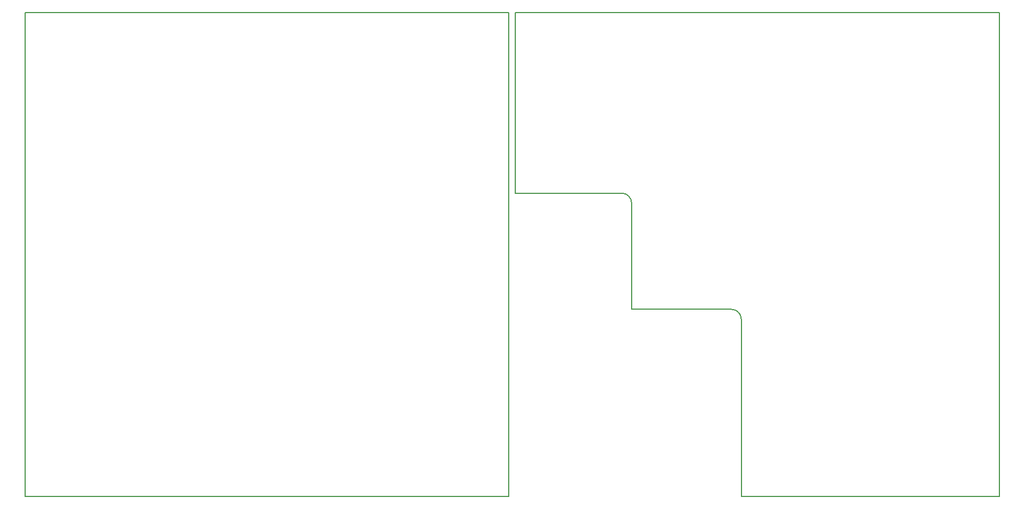
<source format=gbr>
%TF.GenerationSoftware,KiCad,Pcbnew,(6.0.8)*%
%TF.CreationDate,2022-12-13T14:59:49+09:00*%
%TF.ProjectId,audio,61756469-6f2e-46b6-9963-61645f706362,rev?*%
%TF.SameCoordinates,Original*%
%TF.FileFunction,Profile,NP*%
%FSLAX46Y46*%
G04 Gerber Fmt 4.6, Leading zero omitted, Abs format (unit mm)*
G04 Created by KiCad (PCBNEW (6.0.8)) date 2022-12-13 14:59:49*
%MOMM*%
%LPD*%
G01*
G04 APERTURE LIST*
%TA.AperFunction,Profile*%
%ADD10C,0.150000*%
%TD*%
G04 APERTURE END LIST*
D10*
X76000000Y0D02*
X151000000Y0D01*
X75000000Y0D02*
X75000000Y-75000000D01*
X76000000Y-28000000D02*
X76000000Y0D01*
X111000000Y-47500000D02*
G75*
G03*
X109500000Y-46000000I-1500000J0D01*
G01*
X76000000Y-28000000D02*
X92500000Y-28000000D01*
X94000000Y-46000000D02*
X109500000Y-46000000D01*
X0Y-75000000D02*
X0Y0D01*
X94000000Y-29500000D02*
G75*
G03*
X92500000Y-28000000I-1500000J0D01*
G01*
X151000000Y0D02*
X151000000Y-75000000D01*
X75000000Y0D02*
X0Y0D01*
X94000000Y-29500000D02*
X94000000Y-46000000D01*
X0Y-75000000D02*
X75000000Y-75000000D01*
X111000000Y-75000000D02*
X151000000Y-75000000D01*
X111000000Y-47500000D02*
X111000000Y-75000000D01*
M02*

</source>
